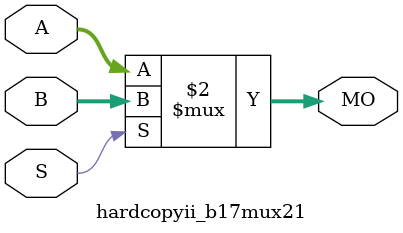
<source format=v>
module hardcopyii_b17mux21 (MO, A, B, S);
   input [16:0] A, B;
   input 	S;
   output [16:0] MO; 
   assign MO = (S == 1) ? B : A; 
endmodule
</source>
